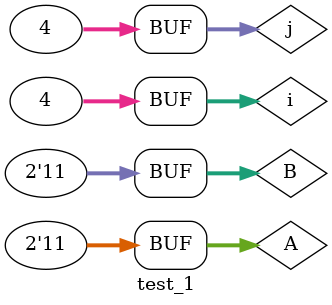
<source format=v>
`timescale 1ns / 1ps


module test_1;

	// Inputs
	reg [1:0] A;
	reg [1:0] B;

	// Outputs
	wire A_lt_B;
	wire A_gt_B;
	wire A_eq_B;

	// Instantiate the Unit Under Test (UUT)
	Lab6_1 uut (
		.A_lt_B(A_lt_B), 
		.A_gt_B(A_gt_B), 
		.A_eq_B(A_eq_B), 
		.A(A), 
		.B(B)
	);
integer i;
integer j;
	initial begin
        
		// Add stimulus here
for(i=0; i<=3; i=i+1)
begin
	for(j=0; j<=3; j=j+1)
	begin
		A=i;
		B=j;
		#10;
	end
	
end

	end
      
endmodule


</source>
